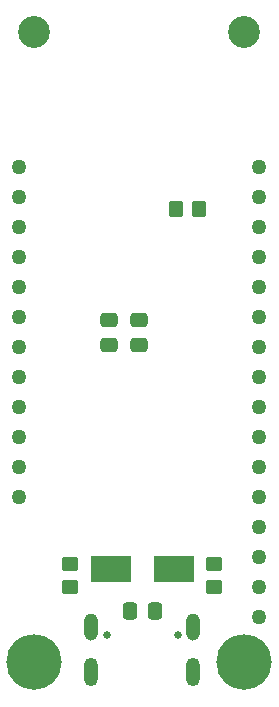
<source format=gbr>
%TF.GenerationSoftware,KiCad,Pcbnew,5.99.0-unknown-64d35ecebc~127~ubuntu20.04.1*%
%TF.CreationDate,2021-05-01T14:43:11+10:00*%
%TF.ProjectId,bm83-featherwing,626d3833-2d66-4656-9174-68657277696e,rev?*%
%TF.SameCoordinates,Original*%
%TF.FileFunction,Soldermask,Bot*%
%TF.FilePolarity,Negative*%
%FSLAX46Y46*%
G04 Gerber Fmt 4.6, Leading zero omitted, Abs format (unit mm)*
G04 Created by KiCad (PCBNEW 5.99.0-unknown-64d35ecebc~127~ubuntu20.04.1) date 2021-05-01 14:43:11*
%MOMM*%
%LPD*%
G01*
G04 APERTURE LIST*
G04 Aperture macros list*
%AMRoundRect*
0 Rectangle with rounded corners*
0 $1 Rounding radius*
0 $2 $3 $4 $5 $6 $7 $8 $9 X,Y pos of 4 corners*
0 Add a 4 corners polygon primitive as box body*
4,1,4,$2,$3,$4,$5,$6,$7,$8,$9,$2,$3,0*
0 Add four circle primitives for the rounded corners*
1,1,$1+$1,$2,$3*
1,1,$1+$1,$4,$5*
1,1,$1+$1,$6,$7*
1,1,$1+$1,$8,$9*
0 Add four rect primitives between the rounded corners*
20,1,$1+$1,$2,$3,$4,$5,0*
20,1,$1+$1,$4,$5,$6,$7,0*
20,1,$1+$1,$6,$7,$8,$9,0*
20,1,$1+$1,$8,$9,$2,$3,0*%
G04 Aperture macros list end*
%ADD10C,1.270000*%
%ADD11C,0.630000*%
%ADD12C,0.600000*%
%ADD13O,1.158000X2.316000*%
%ADD14O,1.200000X2.400000*%
%ADD15C,4.700000*%
%ADD16C,2.700000*%
%ADD17RoundRect,0.250000X0.337500X0.475000X-0.337500X0.475000X-0.337500X-0.475000X0.337500X-0.475000X0*%
%ADD18RoundRect,0.250000X0.475000X-0.337500X0.475000X0.337500X-0.475000X0.337500X-0.475000X-0.337500X0*%
%ADD19RoundRect,0.250000X-0.350000X-0.450000X0.350000X-0.450000X0.350000X0.450000X-0.350000X0.450000X0*%
%ADD20RoundRect,0.250000X-0.450000X0.350000X-0.450000X-0.350000X0.450000X-0.350000X0.450000X0.350000X0*%
%ADD21RoundRect,0.250000X0.450000X-0.350000X0.450000X0.350000X-0.450000X0.350000X-0.450000X-0.350000X0*%
%ADD22R,3.500000X2.300000*%
G04 APERTURE END LIST*
D10*
%TO.C,J1*%
X135890000Y-111760000D03*
X135890000Y-109220000D03*
X135890000Y-106680000D03*
X135890000Y-104140000D03*
X135890000Y-101600000D03*
X135890000Y-99060000D03*
X135890000Y-96520000D03*
X135890000Y-93980000D03*
X135890000Y-91440000D03*
X135890000Y-88900000D03*
X135890000Y-86360000D03*
X135890000Y-83820000D03*
%TD*%
D11*
%TO.C,J3*%
X143304000Y-123444000D03*
D12*
X149304000Y-123444000D03*
D11*
X149304000Y-123444000D03*
D13*
X141984000Y-122719000D03*
X150624000Y-122719000D03*
D14*
X141984000Y-126544000D03*
X150624000Y-126544000D03*
%TD*%
D10*
%TO.C,J2*%
X156210000Y-83820000D03*
X156210000Y-86360000D03*
X156210000Y-88900000D03*
X156210000Y-91440000D03*
X156210000Y-93980000D03*
X156210000Y-96520000D03*
X156210000Y-99060000D03*
X156210000Y-101600000D03*
X156210000Y-104140000D03*
X156210000Y-106680000D03*
X156210000Y-109220000D03*
X156210000Y-111760000D03*
X156210000Y-114300000D03*
X156210000Y-116840000D03*
X156210000Y-119380000D03*
X156210000Y-121920000D03*
%TD*%
D15*
%TO.C,REF\u002A\u002A*%
X137160000Y-125730000D03*
%TD*%
D16*
%TO.C,REF\u002A\u002A*%
X154940000Y-72390000D03*
%TD*%
%TO.C,REF\u002A\u002A*%
X137160000Y-72390000D03*
%TD*%
D15*
%TO.C,*%
X154940000Y-125730000D03*
%TD*%
D17*
%TO.C,C1*%
X147341500Y-121412000D03*
X145266500Y-121412000D03*
%TD*%
D18*
%TO.C,C4*%
X143510000Y-98827500D03*
X143510000Y-96752500D03*
%TD*%
D19*
%TO.C,R3*%
X149114000Y-87376000D03*
X151114000Y-87376000D03*
%TD*%
D20*
%TO.C,R1*%
X152400000Y-117364000D03*
X152400000Y-119364000D03*
%TD*%
D18*
%TO.C,C3*%
X146050000Y-98827500D03*
X146050000Y-96752500D03*
%TD*%
D21*
%TO.C,R2*%
X140192000Y-119380000D03*
X140192000Y-117380000D03*
%TD*%
D22*
%TO.C,D3*%
X149004000Y-117856000D03*
X143604000Y-117856000D03*
%TD*%
M02*

</source>
